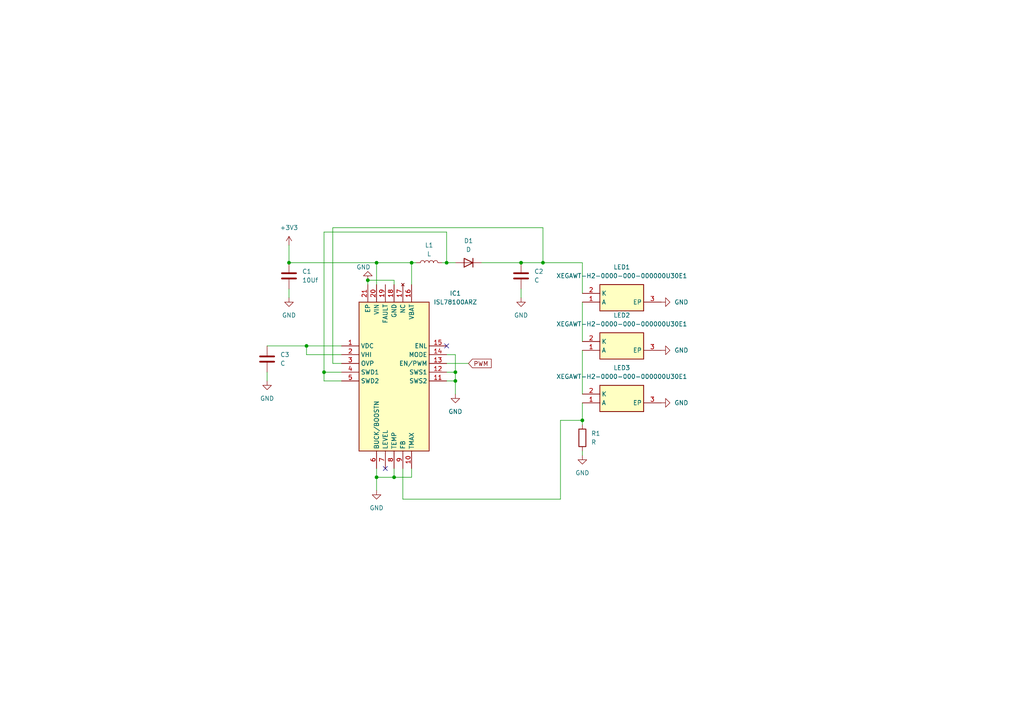
<source format=kicad_sch>
(kicad_sch (version 20230121) (generator eeschema)
  (paper "A4")
  (lib_symbols
    (symbol "Device:C" (pin_numbers hide) (pin_names (offset 0.254))
      (property "Reference" "C" (at 0.635 2.54 0))
      (property "Value" "C" (at 0.635 -2.54 0))
      (symbol "C_0_1"
        (polyline (pts (xy -2.032 -0.762) (xy 2.032 -0.762)) (stroke (width 0.508)))
        (polyline (pts (xy -2.032 0.762) (xy 2.032 0.762)) (stroke (width 0.508)))
      )
      (symbol "C_1_1"
        (pin passive line (at 0 3.81 270) (length 2.794) (name "~") (number "1"))
        (pin passive line (at 0 -3.81 90) (length 2.794) (name "~") (number "2"))
      )
    )
    (symbol "Device:D" (pin_numbers hide) (pin_names (offset 1.016) hide)
      (property "Reference" "D" (at 0 2.54 0))
      (property "Value" "D" (at 0 -2.54 0))
      (symbol "D_0_1"
        (polyline (pts (xy -1.27 1.27) (xy -1.27 -1.27)) (stroke (width 0.254)))
        (polyline (pts (xy 1.27 0) (xy -1.27 0)))
        (polyline (pts (xy 1.27 1.27) (xy 1.27 -1.27) (xy -1.27 0) (xy 1.27 1.27)) (stroke (width 0.254)))
      )
      (symbol "D_1_1"
        (pin passive line (at -3.81 0 0) (length 2.54) (name "K") (number "1"))
        (pin passive line (at 3.81 0 180) (length 2.54) (name "A") (number "2"))
      )
    )
    (symbol "Device:L" (pin_numbers hide) (pin_names (offset 1.016) hide)
      (property "Reference" "L" (at -1.27 0 90))
      (property "Value" "L" (at 1.905 0 90))
      (symbol "L_0_1"
        (arc (start 0 -2.54) (mid 0.6323 -1.905) (end 0 -1.27))
        (arc (start 0 -1.27) (mid 0.6323 -0.635) (end 0 0))
        (arc (start 0 0) (mid 0.6323 0.635) (end 0 1.27))
        (arc (start 0 1.27) (mid 0.6323 1.905) (end 0 2.54))
      )
      (symbol "L_1_1"
        (pin passive line (at 0 3.81 270) (length 1.27) (name "1") (number "1"))
        (pin passive line (at 0 -3.81 90) (length 1.27) (name "2") (number "2"))
      )
    )
    (symbol "Device:R" (pin_numbers hide) (pin_names (offset 0))
      (property "Reference" "R" (at 2.032 0 90))
      (property "Value" "R" (at 0 0 90))
      (symbol "R_0_1"
        (rectangle (start -1.016 -2.54) (end 1.016 2.54) (stroke (width 0.254)))
      )
      (symbol "R_1_1"
        (pin passive line (at 0 3.81 270) (length 1.27) (name "~") (number "1"))
        (pin passive line (at 0 -3.81 90) (length 1.27) (name "~") (number "2"))
      )
    )
    (symbol "SamacSys_Parts:ISL78100ARZ"
      (property "Reference" "IC" (at 26.67 17.78 0))
      (property "Value" "ISL78100ARZ" (at 26.67 15.24 0))
      (symbol "ISL78100ARZ_1_1"
        (rectangle (start 5.08 12.7) (end 25.4 -30.48) (stroke (width 0.254)) (fill (type background)))
        (pin passive line (at 0 0 0) (length 5.08) (name "VDC") (number "1"))
        (pin passive line (at 20.32 -35.56 90) (length 5.08) (name "TMAX") (number "10"))
        (pin passive line (at 30.48 -10.16 180) (length 5.08) (name "SWS2") (number "11"))
        (pin passive line (at 30.48 -7.62 180) (length 5.08) (name "SWS1") (number "12"))
        (pin passive line (at 30.48 -5.08 180) (length 5.08) (name "EN/PWM") (number "13"))
        (pin passive line (at 30.48 -2.54 180) (length 5.08) (name "MODE") (number "14"))
        (pin passive line (at 30.48 0 180) (length 5.08) (name "ENL") (number "15"))
        (pin passive line (at 20.32 17.78 270) (length 5.08) (name "VBAT") (number "16"))
        (pin no_connect line (at 17.78 17.78 270) (length 5.08) (name "NC") (number "17"))
        (pin passive line (at 15.24 17.78 270) (length 5.08) (name "GND") (number "18"))
        (pin passive line (at 12.7 17.78 270) (length 5.08) (name "FAULT") (number "19"))
        (pin passive line (at 0 -2.54 0) (length 5.08) (name "VHI") (number "2"))
        (pin passive line (at 10.16 17.78 270) (length 5.08) (name "VIN") (number "20"))
        (pin passive line (at 7.62 17.78 270) (length 5.08) (name "EP") (number "21"))
        (pin passive line (at 0 -5.08 0) (length 5.08) (name "OVP") (number "3"))
        (pin passive line (at 0 -7.62 0) (length 5.08) (name "SWD1") (number "4"))
        (pin passive line (at 0 -10.16 0) (length 5.08) (name "SWD2") (number "5"))
        (pin passive line (at 10.16 -35.56 90) (length 5.08) (name "BUCK/BOOSTN") (number "6"))
        (pin passive line (at 12.7 -35.56 90) (length 5.08) (name "LEVEL") (number "7"))
        (pin passive line (at 15.24 -35.56 90) (length 5.08) (name "TEMP") (number "8"))
        (pin passive line (at 17.78 -35.56 90) (length 5.08) (name "FB") (number "9"))
      )
    )
    (symbol "SamacSys_Parts:XEGAWT-H2-0000-000-000000U30E1"
      (property "Reference" "LED" (at 19.05 7.62 0))
      (property "Value" "XEGAWT-H2-0000-000-000000U30E1" (at 19.05 5.08 0))
      (symbol "XEGAWT-H2-0000-000-000000U30E1_1_1"
        (rectangle (start 5.08 2.54) (end 17.78 -5.08) (stroke (width 0.254)) (fill (type background)))
        (pin passive line (at 22.86 0 180) (length 5.08) (name "A") (number "1"))
        (pin passive line (at 22.86 -2.54 180) (length 5.08) (name "K") (number "2"))
        (pin passive line (at 0 0 0) (length 5.08) (name "EP") (number "3"))
      )
    )
    (symbol "power:+3V3" (power) (pin_names (offset 0))
      (property "Value" "+3V3" (at 0 3.556 0))
      (symbol "+3V3_0_1"
        (polyline (pts (xy -0.762 1.27) (xy 0 2.54)))
        (polyline (pts (xy 0 0) (xy 0 2.54)))
        (polyline (pts (xy 0 2.54) (xy 0.762 1.27)))
      )
      (symbol "+3V3_1_1"
        (pin power_in line (at 0 0 90) (length 0) hide (name "+3V3") (number "1"))
      )
    )
    (symbol "power:GND" (power) (pin_names (offset 0))
      (property "Value" "GND" (at 0 -3.81 0))
      (symbol "GND_0_1"
        (polyline (pts (xy 0 0) (xy 0 -1.27) (xy 1.27 -1.27) (xy 0 -2.54) (xy -1.27 -1.27) (xy 0 -1.27)))
      )
      (symbol "GND_1_1"
        (pin power_in line (at 0 0 270) (length 0) hide (name "GND") (number "1"))
      )
    )
  )
  (junction (at 157.48 76.2))
  (junction (at 83.82 76.2))
  (junction (at 109.22 138.43))
  (junction (at 114.3 138.43))
  (junction (at 129.54 76.2))
  (junction (at 106.68 81.28))
  (junction (at 109.22 76.2))
  (junction (at 93.98 107.95))
  (junction (at 151.13 76.2))
  (junction (at 168.91 121.92))
  (junction (at 132.08 107.95))
  (junction (at 132.08 110.49))
  (junction (at 88.9 100.33))
  (junction (at 119.38 76.2))
  (no_connect (at 111.76 135.89))
  (no_connect (at 129.54 100.33))
  (wire (pts (xy 132.08 102.87) (xy 132.08 107.95)))
  (wire (pts (xy 109.22 142.24) (xy 109.22 138.43)))
  (wire (pts (xy 119.38 82.55) (xy 119.38 76.2)))
  (wire (pts (xy 168.91 116.84) (xy 168.91 121.92)))
  (wire (pts (xy 168.91 87.63) (xy 168.91 99.06)))
  (wire (pts (xy 168.91 101.6) (xy 168.91 114.3)))
  (wire (pts (xy 83.82 76.2) (xy 109.22 76.2)))
  (wire (pts (xy 139.7 76.2) (xy 151.13 76.2)))
  (wire (pts (xy 168.91 76.2) (xy 168.91 85.09)))
  (wire (pts (xy 93.98 110.49) (xy 93.98 107.95)))
  (wire (pts (xy 83.82 86.36) (xy 83.82 83.82)))
  (wire (pts (xy 114.3 135.89) (xy 114.3 138.43)))
  (wire (pts (xy 99.06 105.41) (xy 96.52 105.41)))
  (wire (pts (xy 114.3 82.55) (xy 114.3 81.28)))
  (wire (pts (xy 129.54 76.2) (xy 132.08 76.2)))
  (wire (pts (xy 109.22 76.2) (xy 119.38 76.2)))
  (wire (pts (xy 120.65 76.2) (xy 119.38 76.2)))
  (wire (pts (xy 129.54 107.95) (xy 132.08 107.95)))
  (wire (pts (xy 99.06 110.49) (xy 93.98 110.49)))
  (wire (pts (xy 106.68 81.28) (xy 106.68 82.55)))
  (wire (pts (xy 128.27 76.2) (xy 129.54 76.2)))
  (wire (pts (xy 168.91 132.08) (xy 168.91 130.81)))
  (wire (pts (xy 157.48 76.2) (xy 168.91 76.2)))
  (wire (pts (xy 93.98 67.31) (xy 129.54 67.31)))
  (wire (pts (xy 77.47 100.33) (xy 88.9 100.33)))
  (wire (pts (xy 132.08 107.95) (xy 132.08 110.49)))
  (wire (pts (xy 109.22 138.43) (xy 109.22 135.89)))
  (wire (pts (xy 114.3 81.28) (xy 106.68 81.28)))
  (wire (pts (xy 119.38 135.89) (xy 119.38 138.43)))
  (wire (pts (xy 109.22 76.2) (xy 109.22 82.55)))
  (wire (pts (xy 114.3 138.43) (xy 109.22 138.43)))
  (wire (pts (xy 99.06 100.33) (xy 88.9 100.33)))
  (wire (pts (xy 151.13 86.36) (xy 151.13 83.82)))
  (wire (pts (xy 135.89 105.41) (xy 129.54 105.41)))
  (wire (pts (xy 129.54 102.87) (xy 132.08 102.87)))
  (wire (pts (xy 83.82 71.12) (xy 83.82 76.2)))
  (wire (pts (xy 129.54 110.49) (xy 132.08 110.49)))
  (wire (pts (xy 116.84 135.89) (xy 116.84 144.78)))
  (wire (pts (xy 132.08 110.49) (xy 132.08 114.3)))
  (wire (pts (xy 116.84 144.78) (xy 162.56 144.78)))
  (wire (pts (xy 96.52 66.04) (xy 157.48 66.04)))
  (wire (pts (xy 119.38 138.43) (xy 114.3 138.43)))
  (wire (pts (xy 88.9 102.87) (xy 88.9 100.33)))
  (wire (pts (xy 99.06 102.87) (xy 88.9 102.87)))
  (wire (pts (xy 151.13 76.2) (xy 157.48 76.2)))
  (wire (pts (xy 93.98 107.95) (xy 99.06 107.95)))
  (wire (pts (xy 168.91 121.92) (xy 168.91 123.19)))
  (wire (pts (xy 77.47 110.49) (xy 77.47 107.95)))
  (wire (pts (xy 93.98 67.31) (xy 93.98 107.95)))
  (wire (pts (xy 96.52 105.41) (xy 96.52 66.04)))
  (wire (pts (xy 162.56 144.78) (xy 162.56 121.92)))
  (wire (pts (xy 157.48 66.04) (xy 157.48 76.2)))
  (wire (pts (xy 162.56 121.92) (xy 168.91 121.92)))
  (wire (pts (xy 129.54 67.31) (xy 129.54 76.2)))
  (global_label "PWM" (shape input) (at 135.89 105.41 0) (property "Intersheetrefs" "${INTERSHEET_REFS}" (effects hide)))
  (symbol (lib_id "power:GND") (at 132.08 114.3 0) (unit 1)
    (property "Reference" "#PWR08" (effects hide))
    (property "Value" "GND" (at 132.08 119.38 0))
  )
  (symbol (lib_id "SamacSys_Parts:XEGAWT-H2-0000-000-000000U30E1") (at 191.77 87.63 180) (unit 1)
    (property "Reference" "LED1" (at 180.34 77.47 0))
    (property "Value" "XEGAWT-H2-0000-000-000000U30E1" (at 180.34 80.01 0))
    (property "Footprint" "XEGAWTH20000000000000U30E1" (effects hide))
    (property "Datasheet" "https://www.mouser.fr/datasheet/2/723/XLamp_XE_G-2948726.pdf" (effects hide))
    (property "Height" "1.13" (effects hide))
    (property "Mouser Part Number" "941-XEGAWTH200U30E1" (effects hide))
    (property "Mouser Price/Stock" "https://www.mouser.co.uk/ProductDetail/Cree-LED/XEGAWT-H2-0000-000-000000U30E1?qs=t7xnP681wgWkKSillkpYrg%3D%3D" (effects hide))
    (property "Manufacturer_Name" "CREE LED" (effects hide))
    (property "Manufacturer_Part_Number" "XEGAWT-H2-0000-000-000000U30E1" (effects hide))
  )
  (symbol (lib_id "power:GND") (at 77.47 110.49 0) (unit 1)
    (property "Reference" "#PWR09" (effects hide))
    (property "Value" "GND" (at 77.47 115.57 0))
  )
  (symbol (lib_id "Device:C") (at 77.47 104.14 0) (unit 1)
    (property "Reference" "C3" (at 81.28 102.87 0) (effects (justify left)))
    (property "Value" "C" (at 81.28 105.41 0) (effects (justify left)))
  )
  (symbol (lib_id "power:GND") (at 83.82 86.36 0) (unit 1)
    (property "Reference" "#PWR02" (effects hide))
    (property "Value" "GND" (at 83.82 91.44 0))
  )
  (symbol (lib_id "power:+3V3") (at 83.82 71.12 0) (unit 1)
    (property "Reference" "#PWR01" (effects hide))
    (property "Value" "+3V3" (at 83.82 66.04 0))
  )
  (symbol (lib_id "Device:C") (at 151.13 80.01 0) (unit 1)
    (property "Reference" "C2" (at 154.94 78.74 0) (effects (justify left)))
    (property "Value" "C" (at 154.94 81.28 0) (effects (justify left)))
  )
  (symbol (lib_id "SamacSys_Parts:ISL78100ARZ") (at 99.06 100.33 0) (unit 1)
    (property "Reference" "IC1" (at 132.08 85.09 0))
    (property "Value" "ISL78100ARZ" (at 132.08 87.63 0))
    (property "Footprint" "QFN50P400X400X100-21N" (effects hide))
    (property "Datasheet" "https://www.renesas.com/en-us/www/doc/datasheet/isl78100.pdf" (effects hide))
    (property "Height" "1" (effects hide))
    (property "Mouser Part Number" "968-ISL78100ARZ" (effects hide))
    (property "Mouser Price/Stock" "https://www.mouser.co.uk/ProductDetail/Renesas-Intersil/ISL78100ARZ?qs=9fLuogzTs8Iz2lM2FIyVHQ%3D%3D" (effects hide))
    (property "Manufacturer_Name" "Renesas Electronics" (effects hide))
    (property "Manufacturer_Part_Number" "ISL78100ARZ" (effects hide))
  )
  (symbol (lib_id "power:GND") (at 191.77 101.6 90) (unit 1)
    (property "Reference" "#PWR06" (effects hide))
    (property "Value" "GND" (at 195.58 101.6 90) (effects (justify right)))
  )
  (symbol (lib_id "Device:L") (at 124.46 76.2 90) (unit 1)
    (property "Reference" "L1" (at 124.46 71.12 90))
    (property "Value" "L" (at 124.46 73.66 90))
    (property "Footprint" "SamacSys_Parts:784314100" (effects hide))
  )
  (symbol (lib_id "Device:R") (at 168.91 127 0) (unit 1)
    (property "Reference" "R1" (at 171.45 125.73 0) (effects (justify left)))
    (property "Value" "R" (at 171.45 128.27 0) (effects (justify left)))
  )
  (symbol (lib_id "power:GND") (at 191.77 116.84 90) (unit 1)
    (property "Reference" "#PWR05" (effects hide))
    (property "Value" "GND" (at 195.58 116.84 90) (effects (justify right)))
  )
  (symbol (lib_id "SamacSys_Parts:XEGAWT-H2-0000-000-000000U30E1") (at 191.77 101.6 180) (unit 1)
    (property "Reference" "LED2" (at 180.34 91.44 0))
    (property "Value" "XEGAWT-H2-0000-000-000000U30E1" (at 180.34 93.98 0))
    (property "Footprint" "XEGAWTH20000000000000U30E1" (effects hide))
    (property "Datasheet" "https://www.mouser.fr/datasheet/2/723/XLamp_XE_G-2948726.pdf" (effects hide))
    (property "Height" "1.13" (effects hide))
    (property "Mouser Part Number" "941-XEGAWTH200U30E1" (effects hide))
    (property "Mouser Price/Stock" "https://www.mouser.co.uk/ProductDetail/Cree-LED/XEGAWT-H2-0000-000-000000U30E1?qs=t7xnP681wgWkKSillkpYrg%3D%3D" (effects hide))
    (property "Manufacturer_Name" "CREE LED" (effects hide))
    (property "Manufacturer_Part_Number" "XEGAWT-H2-0000-000-000000U30E1" (effects hide))
  )
  (symbol (lib_id "power:GND") (at 191.77 87.63 90) (unit 1)
    (property "Reference" "#PWR07" (effects hide))
    (property "Value" "GND" (at 195.58 87.63 90) (effects (justify right)))
  )
  (symbol (lib_id "power:GND") (at 151.13 86.36 0) (unit 1)
    (property "Reference" "#PWR03" (effects hide))
    (property "Value" "GND" (at 151.13 91.44 0))
  )
  (symbol (lib_id "SamacSys_Parts:XEGAWT-H2-0000-000-000000U30E1") (at 191.77 116.84 180) (unit 1)
    (property "Reference" "LED3" (at 180.34 106.68 0))
    (property "Value" "XEGAWT-H2-0000-000-000000U30E1" (at 180.34 109.22 0))
    (property "Footprint" "XEGAWTH20000000000000U30E1" (effects hide))
    (property "Datasheet" "https://www.mouser.fr/datasheet/2/723/XLamp_XE_G-2948726.pdf" (effects hide))
    (property "Height" "1.13" (effects hide))
    (property "Mouser Part Number" "941-XEGAWTH200U30E1" (effects hide))
    (property "Mouser Price/Stock" "https://www.mouser.co.uk/ProductDetail/Cree-LED/XEGAWT-H2-0000-000-000000U30E1?qs=t7xnP681wgWkKSillkpYrg%3D%3D" (effects hide))
    (property "Manufacturer_Name" "CREE LED" (effects hide))
    (property "Manufacturer_Part_Number" "XEGAWT-H2-0000-000-000000U30E1" (effects hide))
  )
  (symbol (lib_id "power:GND") (at 168.91 132.08 0) (unit 1)
    (property "Reference" "#PWR04" (effects hide))
    (property "Value" "GND" (at 168.91 137.16 0))
  )
  (symbol (lib_id "Device:D") (at 135.89 76.2 180) (unit 1)
    (property "Reference" "D1" (at 135.89 69.85 0))
    (property "Value" "D" (at 135.89 72.39 0))
    (property "Sim.Device" "D" (effects hide))
    (property "Sim.Pins" "1=K 2=A" (effects hide))
  )
  (symbol (lib_id "power:GND") (at 106.68 81.28 180) (unit 1)
    (property "Reference" "#PWR012" (effects hide))
    (property "Value" "GND" (at 105.41 77.47 0))
  )
  (symbol (lib_id "power:GND") (at 109.22 142.24 0) (unit 1)
    (property "Reference" "#PWR010" (effects hide))
    (property "Value" "GND" (at 109.22 147.32 0))
  )
  (symbol (lib_id "Device:C") (at 83.82 80.01 0) (unit 1)
    (property "Reference" "C1" (at 87.63 78.74 0) (effects (justify left)))
    (property "Value" "10Uf" (at 87.63 81.28 0) (effects (justify left)))
  )
)
</source>
